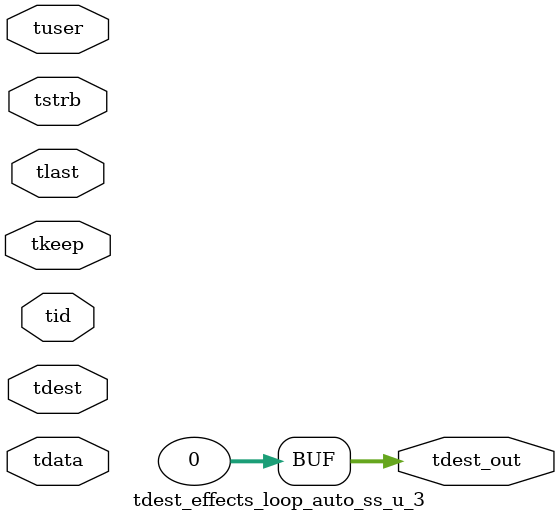
<source format=v>


`timescale 1ps/1ps

module tdest_effects_loop_auto_ss_u_3 #
(
parameter C_S_AXIS_TDATA_WIDTH = 32,
parameter C_S_AXIS_TUSER_WIDTH = 0,
parameter C_S_AXIS_TID_WIDTH   = 0,
parameter C_S_AXIS_TDEST_WIDTH = 0,
parameter C_M_AXIS_TDEST_WIDTH = 32
)
(
input  [(C_S_AXIS_TDATA_WIDTH == 0 ? 1 : C_S_AXIS_TDATA_WIDTH)-1:0     ] tdata,
input  [(C_S_AXIS_TUSER_WIDTH == 0 ? 1 : C_S_AXIS_TUSER_WIDTH)-1:0     ] tuser,
input  [(C_S_AXIS_TID_WIDTH   == 0 ? 1 : C_S_AXIS_TID_WIDTH)-1:0       ] tid,
input  [(C_S_AXIS_TDEST_WIDTH == 0 ? 1 : C_S_AXIS_TDEST_WIDTH)-1:0     ] tdest,
input  [(C_S_AXIS_TDATA_WIDTH/8)-1:0 ] tkeep,
input  [(C_S_AXIS_TDATA_WIDTH/8)-1:0 ] tstrb,
input                                                                    tlast,
output [C_M_AXIS_TDEST_WIDTH-1:0] tdest_out
);

assign tdest_out = {1'b0};

endmodule


</source>
